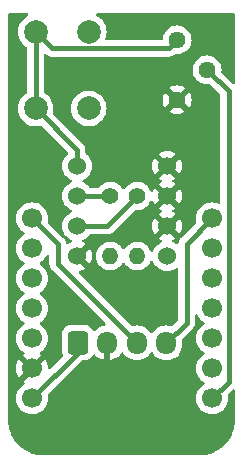
<source format=gbr>
%TF.GenerationSoftware,KiCad,Pcbnew,7.0.9*%
%TF.CreationDate,2024-03-04T02:29:24+09:00*%
%TF.ProjectId,Gyro_Backup,4779726f-5f42-4616-936b-75702e6b6963,rev?*%
%TF.SameCoordinates,Original*%
%TF.FileFunction,Copper,L1,Top*%
%TF.FilePolarity,Positive*%
%FSLAX46Y46*%
G04 Gerber Fmt 4.6, Leading zero omitted, Abs format (unit mm)*
G04 Created by KiCad (PCBNEW 7.0.9) date 2024-03-04 02:29:24*
%MOMM*%
%LPD*%
G01*
G04 APERTURE LIST*
G04 Aperture macros list*
%AMRoundRect*
0 Rectangle with rounded corners*
0 $1 Rounding radius*
0 $2 $3 $4 $5 $6 $7 $8 $9 X,Y pos of 4 corners*
0 Add a 4 corners polygon primitive as box body*
4,1,4,$2,$3,$4,$5,$6,$7,$8,$9,$2,$3,0*
0 Add four circle primitives for the rounded corners*
1,1,$1+$1,$2,$3*
1,1,$1+$1,$4,$5*
1,1,$1+$1,$6,$7*
1,1,$1+$1,$8,$9*
0 Add four rect primitives between the rounded corners*
20,1,$1+$1,$2,$3,$4,$5,0*
20,1,$1+$1,$4,$5,$6,$7,0*
20,1,$1+$1,$6,$7,$8,$9,0*
20,1,$1+$1,$8,$9,$2,$3,0*%
G04 Aperture macros list end*
%TA.AperFunction,ComponentPad*%
%ADD10C,1.524000*%
%TD*%
%TA.AperFunction,ComponentPad*%
%ADD11C,1.700000*%
%TD*%
%TA.AperFunction,ComponentPad*%
%ADD12C,1.400000*%
%TD*%
%TA.AperFunction,ComponentPad*%
%ADD13O,1.400000X1.400000*%
%TD*%
%TA.AperFunction,ComponentPad*%
%ADD14RoundRect,0.250000X-0.600000X-0.725000X0.600000X-0.725000X0.600000X0.725000X-0.600000X0.725000X0*%
%TD*%
%TA.AperFunction,ComponentPad*%
%ADD15O,1.700000X1.950000*%
%TD*%
%TA.AperFunction,ComponentPad*%
%ADD16C,2.000000*%
%TD*%
%TA.AperFunction,ComponentPad*%
%ADD17C,1.440000*%
%TD*%
%TA.AperFunction,ViaPad*%
%ADD18C,0.800000*%
%TD*%
%TA.AperFunction,Conductor*%
%ADD19C,0.400000*%
%TD*%
G04 APERTURE END LIST*
D10*
%TO.P,U3,1,VCC*%
%TO.N,+3.3V*%
X142240000Y-78994000D03*
%TO.P,U3,2,SCL*%
%TO.N,SCL*%
X142240000Y-81534000D03*
%TO.P,U3,3,SDA*%
%TO.N,SDA*%
X142240000Y-84074000D03*
%TO.P,U3,4,SA0*%
%TO.N,GND*%
X142240000Y-86614000D03*
%TO.P,U3,5,GND*%
X149860000Y-78994000D03*
%TO.P,U3,6,INT1*%
X149860000Y-81534000D03*
%TO.P,U3,7,INT2*%
X149860000Y-84074000D03*
%TO.P,U3,8,CS*%
%TO.N,+3.3V*%
X149860000Y-86614000D03*
%TD*%
D11*
%TO.P,U2,1,PA02_A0_D0*%
%TO.N,Net-(U2-PA02_A0_D0)*%
X153669131Y-98666300D03*
%TO.P,U2,2,PA4_A1_D1*%
%TO.N,Net-(U2-PA4_A1_D1)*%
X153669131Y-96126300D03*
%TO.P,U2,3,PA10_A2_D2*%
%TO.N,unconnected-(U2-PA10_A2_D2-Pad3)*%
X153669131Y-93586300D03*
%TO.P,U2,4,PA11_A3_D3*%
%TO.N,unconnected-(U2-PA11_A3_D3-Pad4)*%
X153669131Y-91046300D03*
%TO.P,U2,5,PA8_A4_D4_SDA*%
%TO.N,SDA*%
X153669131Y-88506300D03*
%TO.P,U2,6,PA9_A5_D5_SCL*%
%TO.N,SCL*%
X153669131Y-85966300D03*
%TO.P,U2,7,PB08_A6_D6_TX*%
%TO.N,RX*%
X153669131Y-83426300D03*
%TO.P,U2,8,PB09_A7_D7_RX*%
%TO.N,TX*%
X138429131Y-83426300D03*
%TO.P,U2,9,PA7_A8_D8_SCK*%
%TO.N,unconnected-(U2-PA7_A8_D8_SCK-Pad9)*%
X138429131Y-85966300D03*
%TO.P,U2,10,PA5_A9_D9_MISO*%
%TO.N,unconnected-(U2-PA5_A9_D9_MISO-Pad10)*%
X138429131Y-88506300D03*
%TO.P,U2,11,PA6_A10_D10_MOSI*%
%TO.N,unconnected-(U2-PA6_A10_D10_MOSI-Pad11)*%
X138429131Y-91046300D03*
%TO.P,U2,12,3V3*%
%TO.N,+3.3V*%
X138429131Y-93586300D03*
%TO.P,U2,13,GND*%
%TO.N,GND*%
X138429131Y-96126300D03*
%TO.P,U2,14,5V*%
%TO.N,+5V*%
X138429131Y-98666300D03*
%TD*%
D12*
%TO.P,R2,1*%
%TO.N,SDA*%
X147320000Y-81534000D03*
D13*
%TO.P,R2,2*%
%TO.N,+3.3V*%
X147320000Y-86614000D03*
%TD*%
D12*
%TO.P,R1,1*%
%TO.N,SCL*%
X145034000Y-81534000D03*
D13*
%TO.P,R1,2*%
%TO.N,+3.3V*%
X145034000Y-86614000D03*
%TD*%
D14*
%TO.P,J1,1,Pin_1*%
%TO.N,+5V*%
X142300000Y-93959000D03*
D15*
%TO.P,J1,2,Pin_2*%
%TO.N,GND*%
X144800000Y-93959000D03*
%TO.P,J1,3,Pin_3*%
%TO.N,TX*%
X147300000Y-93959000D03*
%TO.P,J1,4,Pin_4*%
%TO.N,RX*%
X149800000Y-93959000D03*
%TD*%
D16*
%TO.P,SW1,1,1*%
%TO.N,+3.3V*%
X138720000Y-74116000D03*
X138720000Y-67616000D03*
%TO.P,SW1,2,2*%
%TO.N,Net-(U2-PA4_A1_D1)*%
X143220000Y-74116000D03*
X143220000Y-67616000D03*
%TD*%
D17*
%TO.P,RV1,1,1*%
%TO.N,GND*%
X150697000Y-73391000D03*
%TO.P,RV1,2,2*%
%TO.N,Net-(U2-PA02_A0_D0)*%
X153237000Y-70851000D03*
%TO.P,RV1,3,3*%
%TO.N,+3.3V*%
X150697000Y-68311000D03*
%TD*%
D18*
%TO.N,GND*%
X140970000Y-70866000D03*
X154940000Y-69342000D03*
X147066000Y-67691000D03*
X153289000Y-73406000D03*
X137033000Y-78232000D03*
X145796000Y-74295000D03*
X153797000Y-79756000D03*
X138049000Y-81280000D03*
X140335000Y-78867000D03*
X146177000Y-80010000D03*
X140589000Y-82804000D03*
X146177000Y-84455000D03*
X140335000Y-89408000D03*
X140335000Y-94234000D03*
X142621000Y-91186000D03*
X149733000Y-88646000D03*
X146177000Y-88265000D03*
X148590000Y-92202000D03*
X151765000Y-94742000D03*
X148590000Y-98806000D03*
X140970000Y-98806000D03*
%TD*%
D19*
%TO.N,SDA*%
X142240000Y-84074000D02*
X144780000Y-84074000D01*
X144780000Y-84074000D02*
X147320000Y-81534000D01*
%TO.N,SCL*%
X142240000Y-81534000D02*
X145034000Y-81534000D01*
%TO.N,+3.3V*%
X138720000Y-74116000D02*
X142240000Y-77636000D01*
X142240000Y-77636000D02*
X142240000Y-78994000D01*
X138720000Y-67616000D02*
X138720000Y-74116000D01*
X150697000Y-68311000D02*
X149977001Y-69030999D01*
X149977001Y-69030999D02*
X140134999Y-69030999D01*
X140134999Y-69030999D02*
X138720000Y-67616000D01*
%TO.N,Net-(U2-PA02_A0_D0)*%
X153669131Y-98666300D02*
X155067000Y-97268431D01*
X155067000Y-97268431D02*
X155067000Y-72681000D01*
X155067000Y-72681000D02*
X153237000Y-70851000D01*
%TO.N,TX*%
X147300000Y-93959000D02*
X140589000Y-87248000D01*
X140589000Y-87248000D02*
X140589000Y-85586169D01*
X140589000Y-85586169D02*
X138429131Y-83426300D01*
%TO.N,RX*%
X149800000Y-93959000D02*
X151511000Y-92248000D01*
X151511000Y-92248000D02*
X151511000Y-85584431D01*
X151511000Y-85584431D02*
X153669131Y-83426300D01*
%TO.N,+5V*%
X142300000Y-93959000D02*
X142300000Y-94795431D01*
X142300000Y-94795431D02*
X138429131Y-98666300D01*
%TD*%
%TA.AperFunction,Conductor*%
%TO.N,GND*%
G36*
X138056906Y-66059685D02*
G01*
X138102661Y-66112489D01*
X138112605Y-66181647D01*
X138083580Y-66245203D01*
X138048884Y-66273055D01*
X137896496Y-66355522D01*
X137896494Y-66355523D01*
X137700257Y-66508261D01*
X137531833Y-66691217D01*
X137395826Y-66899393D01*
X137295936Y-67127118D01*
X137234892Y-67368175D01*
X137234890Y-67368187D01*
X137214357Y-67615994D01*
X137214357Y-67616005D01*
X137234890Y-67863812D01*
X137234892Y-67863824D01*
X137295936Y-68104881D01*
X137395826Y-68332606D01*
X137531833Y-68540782D01*
X137531836Y-68540785D01*
X137700256Y-68723738D01*
X137822764Y-68819090D01*
X137896488Y-68876472D01*
X137896493Y-68876475D01*
X137954517Y-68907876D01*
X138004108Y-68957095D01*
X138019500Y-69016931D01*
X138019500Y-72715069D01*
X137999815Y-72782108D01*
X137954518Y-72824123D01*
X137896497Y-72855522D01*
X137896490Y-72855527D01*
X137700257Y-73008261D01*
X137531833Y-73191217D01*
X137395826Y-73399393D01*
X137295936Y-73627118D01*
X137234892Y-73868175D01*
X137234890Y-73868187D01*
X137214357Y-74115994D01*
X137214357Y-74116005D01*
X137234890Y-74363812D01*
X137234892Y-74363824D01*
X137295936Y-74604881D01*
X137395826Y-74832606D01*
X137531833Y-75040782D01*
X137531836Y-75040785D01*
X137700256Y-75223738D01*
X137896491Y-75376474D01*
X138115190Y-75494828D01*
X138350386Y-75575571D01*
X138595665Y-75616500D01*
X138844335Y-75616500D01*
X139089614Y-75575571D01*
X139090319Y-75575328D01*
X139090624Y-75575315D01*
X139094576Y-75574314D01*
X139094781Y-75575127D01*
X139160113Y-75572173D01*
X139218269Y-75604926D01*
X141445069Y-77831726D01*
X141478554Y-77893049D01*
X141473570Y-77962741D01*
X141431698Y-78018674D01*
X141428533Y-78020966D01*
X141426618Y-78022306D01*
X141425381Y-78023173D01*
X141269172Y-78179381D01*
X141142466Y-78360338D01*
X141142465Y-78360340D01*
X141049107Y-78560548D01*
X141049104Y-78560554D01*
X140991930Y-78773929D01*
X140991929Y-78773937D01*
X140972677Y-78993997D01*
X140972677Y-78994002D01*
X140991929Y-79214062D01*
X140991930Y-79214070D01*
X141049104Y-79427445D01*
X141049105Y-79427447D01*
X141049106Y-79427450D01*
X141142347Y-79627407D01*
X141142466Y-79627662D01*
X141142468Y-79627666D01*
X141269170Y-79808615D01*
X141269175Y-79808621D01*
X141425378Y-79964824D01*
X141425384Y-79964829D01*
X141606333Y-80091531D01*
X141606335Y-80091532D01*
X141606338Y-80091534D01*
X141725748Y-80147215D01*
X141735189Y-80151618D01*
X141787628Y-80197790D01*
X141806780Y-80264984D01*
X141786564Y-80331865D01*
X141735189Y-80376382D01*
X141606340Y-80436465D01*
X141606338Y-80436466D01*
X141425377Y-80563175D01*
X141269175Y-80719377D01*
X141142466Y-80900338D01*
X141142465Y-80900340D01*
X141049107Y-81100548D01*
X141049104Y-81100554D01*
X140991930Y-81313929D01*
X140991929Y-81313937D01*
X140972677Y-81533997D01*
X140972677Y-81534002D01*
X140991929Y-81754062D01*
X140991930Y-81754070D01*
X141049104Y-81967445D01*
X141049105Y-81967447D01*
X141049106Y-81967450D01*
X141095403Y-82066735D01*
X141142466Y-82167662D01*
X141142468Y-82167666D01*
X141269170Y-82348615D01*
X141269175Y-82348621D01*
X141425378Y-82504824D01*
X141425384Y-82504829D01*
X141606333Y-82631531D01*
X141606335Y-82631532D01*
X141606338Y-82631534D01*
X141725748Y-82687215D01*
X141735189Y-82691618D01*
X141787628Y-82737790D01*
X141806780Y-82804984D01*
X141786564Y-82871865D01*
X141735189Y-82916382D01*
X141606340Y-82976465D01*
X141606338Y-82976466D01*
X141425377Y-83103175D01*
X141269175Y-83259377D01*
X141142466Y-83440338D01*
X141142465Y-83440340D01*
X141049107Y-83640548D01*
X141049104Y-83640554D01*
X140991930Y-83853929D01*
X140991929Y-83853937D01*
X140972677Y-84073997D01*
X140972677Y-84074002D01*
X140991929Y-84294062D01*
X140991930Y-84294070D01*
X141049104Y-84507445D01*
X141049105Y-84507447D01*
X141049106Y-84507450D01*
X141128577Y-84677877D01*
X141142466Y-84707662D01*
X141142468Y-84707666D01*
X141269170Y-84888615D01*
X141269175Y-84888621D01*
X141425378Y-85044824D01*
X141425384Y-85044829D01*
X141606333Y-85171531D01*
X141606335Y-85171532D01*
X141606338Y-85171534D01*
X141712659Y-85221112D01*
X141735781Y-85231894D01*
X141788220Y-85278066D01*
X141807372Y-85345260D01*
X141787156Y-85412141D01*
X141735781Y-85456658D01*
X141606591Y-85516900D01*
X141606589Y-85516901D01*
X141482915Y-85603498D01*
X141416708Y-85625826D01*
X141348941Y-85608814D01*
X141301129Y-85557866D01*
X141289823Y-85524273D01*
X141282176Y-85482545D01*
X141281613Y-85478842D01*
X141274140Y-85417296D01*
X141270548Y-85407825D01*
X141264522Y-85386211D01*
X141262695Y-85376237D01*
X141237234Y-85319665D01*
X141235806Y-85316218D01*
X141225283Y-85288471D01*
X141213818Y-85258239D01*
X141208063Y-85249902D01*
X141197036Y-85230351D01*
X141192879Y-85221115D01*
X141192878Y-85221112D01*
X141175287Y-85198659D01*
X141154630Y-85172291D01*
X141152410Y-85169275D01*
X141152276Y-85169081D01*
X141117183Y-85118240D01*
X141070750Y-85077104D01*
X141068056Y-85074568D01*
X139791782Y-83798294D01*
X139758297Y-83736971D01*
X139759689Y-83678517D01*
X139764194Y-83661708D01*
X139784790Y-83426300D01*
X139764194Y-83190892D01*
X139706856Y-82976900D01*
X139703036Y-82962644D01*
X139703035Y-82962643D01*
X139703034Y-82962637D01*
X139603166Y-82748471D01*
X139595688Y-82737790D01*
X139467625Y-82554897D01*
X139300533Y-82387806D01*
X139300526Y-82387801D01*
X139106965Y-82252267D01*
X139106961Y-82252265D01*
X139068864Y-82234500D01*
X138892794Y-82152397D01*
X138892790Y-82152396D01*
X138892786Y-82152394D01*
X138664544Y-82091238D01*
X138664534Y-82091236D01*
X138429132Y-82070641D01*
X138429130Y-82070641D01*
X138193727Y-82091236D01*
X138193717Y-82091238D01*
X137965475Y-82152394D01*
X137965466Y-82152398D01*
X137751302Y-82252264D01*
X137751300Y-82252265D01*
X137557728Y-82387805D01*
X137390636Y-82554897D01*
X137255096Y-82748469D01*
X137255095Y-82748471D01*
X137155229Y-82962635D01*
X137155225Y-82962644D01*
X137094069Y-83190886D01*
X137094067Y-83190896D01*
X137073472Y-83426299D01*
X137073472Y-83426300D01*
X137094067Y-83661703D01*
X137094069Y-83661713D01*
X137155225Y-83889955D01*
X137155227Y-83889959D01*
X137155228Y-83889963D01*
X137226172Y-84042102D01*
X137255096Y-84104130D01*
X137255098Y-84104134D01*
X137390632Y-84297695D01*
X137390637Y-84297702D01*
X137557728Y-84464793D01*
X137557734Y-84464798D01*
X137743289Y-84594725D01*
X137786914Y-84649302D01*
X137794108Y-84718800D01*
X137762585Y-84781155D01*
X137743289Y-84797875D01*
X137557728Y-84927805D01*
X137390636Y-85094897D01*
X137255096Y-85288469D01*
X137255095Y-85288471D01*
X137155229Y-85502635D01*
X137155225Y-85502644D01*
X137094069Y-85730886D01*
X137094067Y-85730896D01*
X137073472Y-85966299D01*
X137073472Y-85966300D01*
X137094067Y-86201703D01*
X137094069Y-86201713D01*
X137155225Y-86429955D01*
X137155227Y-86429959D01*
X137155228Y-86429963D01*
X137200160Y-86526319D01*
X137255096Y-86644130D01*
X137255098Y-86644134D01*
X137342644Y-86769162D01*
X137389119Y-86835535D01*
X137390632Y-86837695D01*
X137390637Y-86837702D01*
X137557728Y-87004793D01*
X137557734Y-87004798D01*
X137743289Y-87134725D01*
X137786914Y-87189302D01*
X137794108Y-87258800D01*
X137762585Y-87321155D01*
X137743289Y-87337875D01*
X137557728Y-87467805D01*
X137390636Y-87634897D01*
X137255096Y-87828469D01*
X137255095Y-87828471D01*
X137155229Y-88042635D01*
X137155225Y-88042644D01*
X137094069Y-88270886D01*
X137094067Y-88270896D01*
X137073472Y-88506299D01*
X137073472Y-88506300D01*
X137094067Y-88741703D01*
X137094069Y-88741713D01*
X137155225Y-88969955D01*
X137155227Y-88969959D01*
X137155228Y-88969963D01*
X137201058Y-89068245D01*
X137255096Y-89184130D01*
X137255098Y-89184134D01*
X137390632Y-89377695D01*
X137390637Y-89377702D01*
X137557728Y-89544793D01*
X137557734Y-89544798D01*
X137743289Y-89674725D01*
X137786914Y-89729302D01*
X137794108Y-89798800D01*
X137762585Y-89861155D01*
X137743289Y-89877875D01*
X137557728Y-90007805D01*
X137390636Y-90174897D01*
X137255096Y-90368469D01*
X137255095Y-90368471D01*
X137155229Y-90582635D01*
X137155225Y-90582644D01*
X137094069Y-90810886D01*
X137094067Y-90810896D01*
X137073472Y-91046299D01*
X137073472Y-91046300D01*
X137094067Y-91281703D01*
X137094069Y-91281713D01*
X137155225Y-91509955D01*
X137155227Y-91509959D01*
X137155228Y-91509963D01*
X137201058Y-91608245D01*
X137255096Y-91724130D01*
X137255098Y-91724134D01*
X137390632Y-91917695D01*
X137390637Y-91917702D01*
X137557728Y-92084793D01*
X137557734Y-92084798D01*
X137743289Y-92214725D01*
X137786914Y-92269302D01*
X137794108Y-92338800D01*
X137762585Y-92401155D01*
X137743289Y-92417875D01*
X137557728Y-92547805D01*
X137390636Y-92714897D01*
X137255096Y-92908469D01*
X137255095Y-92908471D01*
X137155229Y-93122635D01*
X137155225Y-93122644D01*
X137094069Y-93350886D01*
X137094067Y-93350896D01*
X137073472Y-93586299D01*
X137073472Y-93586300D01*
X137094067Y-93821703D01*
X137094069Y-93821713D01*
X137155225Y-94049955D01*
X137155227Y-94049959D01*
X137155228Y-94049963D01*
X137255096Y-94264130D01*
X137255098Y-94264134D01*
X137324119Y-94362705D01*
X137390636Y-94457701D01*
X137557730Y-94624795D01*
X137731761Y-94746653D01*
X137743725Y-94755030D01*
X137787349Y-94809607D01*
X137794542Y-94879106D01*
X137763020Y-94941460D01*
X137743724Y-94958180D01*
X137667757Y-95011372D01*
X137667756Y-95011372D01*
X138296597Y-95640213D01*
X138286816Y-95641620D01*
X138156031Y-95701348D01*
X138047370Y-95795502D01*
X137969638Y-95916456D01*
X137946054Y-95996776D01*
X137314203Y-95364925D01*
X137255532Y-95448719D01*
X137155701Y-95662807D01*
X137155697Y-95662816D01*
X137094563Y-95890973D01*
X137094561Y-95890984D01*
X137073974Y-96126298D01*
X137073974Y-96126301D01*
X137094561Y-96361615D01*
X137094563Y-96361626D01*
X137155697Y-96589783D01*
X137155701Y-96589792D01*
X137255531Y-96803879D01*
X137255533Y-96803883D01*
X137314203Y-96887673D01*
X137314204Y-96887673D01*
X137946054Y-96255823D01*
X137969638Y-96336144D01*
X138047370Y-96457098D01*
X138156031Y-96551252D01*
X138286816Y-96610980D01*
X138296597Y-96612386D01*
X137667756Y-97241225D01*
X137743725Y-97294419D01*
X137787350Y-97348996D01*
X137794544Y-97418494D01*
X137763021Y-97480849D01*
X137743726Y-97497569D01*
X137557725Y-97627808D01*
X137390636Y-97794897D01*
X137255096Y-97988469D01*
X137255095Y-97988471D01*
X137155229Y-98202635D01*
X137155225Y-98202644D01*
X137094069Y-98430886D01*
X137094067Y-98430896D01*
X137073472Y-98666299D01*
X137073472Y-98666300D01*
X137094067Y-98901703D01*
X137094069Y-98901713D01*
X137155225Y-99129955D01*
X137155227Y-99129959D01*
X137155228Y-99129963D01*
X137255096Y-99344130D01*
X137255098Y-99344134D01*
X137363412Y-99498821D01*
X137390636Y-99537701D01*
X137557730Y-99704795D01*
X137654515Y-99772565D01*
X137751296Y-99840332D01*
X137751298Y-99840333D01*
X137751301Y-99840335D01*
X137965468Y-99940203D01*
X138193723Y-100001363D01*
X138382049Y-100017839D01*
X138429130Y-100021959D01*
X138429131Y-100021959D01*
X138429132Y-100021959D01*
X138468365Y-100018526D01*
X138664539Y-100001363D01*
X138892794Y-99940203D01*
X139106961Y-99840335D01*
X139300532Y-99704795D01*
X139467626Y-99537701D01*
X139603166Y-99344130D01*
X139703034Y-99129963D01*
X139764194Y-98901708D01*
X139784790Y-98666300D01*
X139764194Y-98430892D01*
X139759689Y-98414079D01*
X139761350Y-98344232D01*
X139791780Y-98294306D01*
X142615269Y-95470818D01*
X142676592Y-95437333D01*
X142702950Y-95434499D01*
X142950002Y-95434499D01*
X142950008Y-95434499D01*
X143052797Y-95423999D01*
X143219334Y-95368814D01*
X143368656Y-95276712D01*
X143492712Y-95152656D01*
X143584814Y-95003334D01*
X143584814Y-95003333D01*
X143588448Y-94997442D01*
X143640396Y-94950717D01*
X143709358Y-94939494D01*
X143773441Y-94967337D01*
X143781668Y-94974856D01*
X143928921Y-95122108D01*
X144122421Y-95257600D01*
X144336507Y-95357429D01*
X144336516Y-95357433D01*
X144550000Y-95414634D01*
X144550000Y-94367018D01*
X144664801Y-94419446D01*
X144766025Y-94434000D01*
X144833975Y-94434000D01*
X144935199Y-94419446D01*
X145050000Y-94367018D01*
X145050000Y-95414633D01*
X145263483Y-95357433D01*
X145263492Y-95357429D01*
X145477577Y-95257600D01*
X145477579Y-95257599D01*
X145671073Y-95122113D01*
X145671079Y-95122108D01*
X145838108Y-94955079D01*
X145838113Y-94955073D01*
X145948119Y-94797967D01*
X146002695Y-94754342D01*
X146072194Y-94747148D01*
X146134549Y-94778670D01*
X146151269Y-94797967D01*
X146261505Y-94955402D01*
X146362786Y-95056682D01*
X146428599Y-95122495D01*
X146525384Y-95190265D01*
X146622165Y-95258032D01*
X146622167Y-95258033D01*
X146622170Y-95258035D01*
X146836337Y-95357903D01*
X146836343Y-95357904D01*
X146836344Y-95357905D01*
X146877050Y-95368812D01*
X147064592Y-95419063D01*
X147252918Y-95435539D01*
X147299999Y-95439659D01*
X147300000Y-95439659D01*
X147300001Y-95439659D01*
X147339234Y-95436226D01*
X147535408Y-95419063D01*
X147763663Y-95357903D01*
X147977829Y-95258035D01*
X148171401Y-95122495D01*
X148338495Y-94955401D01*
X148448426Y-94798401D01*
X148503001Y-94754778D01*
X148572500Y-94747584D01*
X148634855Y-94779106D01*
X148651571Y-94798398D01*
X148678458Y-94836797D01*
X148761506Y-94955403D01*
X148862786Y-95056682D01*
X148928599Y-95122495D01*
X149025384Y-95190265D01*
X149122165Y-95258032D01*
X149122167Y-95258033D01*
X149122170Y-95258035D01*
X149336337Y-95357903D01*
X149336343Y-95357904D01*
X149336344Y-95357905D01*
X149377050Y-95368812D01*
X149564592Y-95419063D01*
X149752918Y-95435539D01*
X149799999Y-95439659D01*
X149800000Y-95439659D01*
X149800001Y-95439659D01*
X149839234Y-95436226D01*
X150035408Y-95419063D01*
X150263663Y-95357903D01*
X150477829Y-95258035D01*
X150671401Y-95122495D01*
X150838495Y-94955401D01*
X150974035Y-94761829D01*
X151073903Y-94547663D01*
X151135063Y-94319408D01*
X151150500Y-94142966D01*
X151150500Y-93775034D01*
X151141389Y-93670906D01*
X151155155Y-93602409D01*
X151177233Y-93572422D01*
X151990056Y-92759599D01*
X151992748Y-92757065D01*
X152039183Y-92715929D01*
X152039896Y-92714897D01*
X152047889Y-92703314D01*
X152074427Y-92664866D01*
X152076617Y-92661890D01*
X152114877Y-92613057D01*
X152119029Y-92603828D01*
X152130062Y-92584268D01*
X152130419Y-92583750D01*
X152135818Y-92575930D01*
X152157812Y-92517933D01*
X152159231Y-92514505D01*
X152184694Y-92457932D01*
X152186520Y-92447965D01*
X152192548Y-92426340D01*
X152196140Y-92416872D01*
X152203615Y-92355309D01*
X152204179Y-92351605D01*
X152210648Y-92316300D01*
X152215357Y-92290606D01*
X152214068Y-92269302D01*
X152211613Y-92228707D01*
X152211500Y-92224963D01*
X152211500Y-91675284D01*
X152231185Y-91608245D01*
X152283989Y-91562490D01*
X152353147Y-91552546D01*
X152416703Y-91581571D01*
X152447882Y-91622879D01*
X152495096Y-91724130D01*
X152495098Y-91724134D01*
X152630632Y-91917695D01*
X152630637Y-91917702D01*
X152797728Y-92084793D01*
X152797734Y-92084798D01*
X152983289Y-92214725D01*
X153026914Y-92269302D01*
X153034108Y-92338800D01*
X153002585Y-92401155D01*
X152983289Y-92417875D01*
X152797728Y-92547805D01*
X152630636Y-92714897D01*
X152495096Y-92908469D01*
X152495095Y-92908471D01*
X152395229Y-93122635D01*
X152395225Y-93122644D01*
X152334069Y-93350886D01*
X152334067Y-93350896D01*
X152313472Y-93586299D01*
X152313472Y-93586300D01*
X152334067Y-93821703D01*
X152334069Y-93821713D01*
X152395225Y-94049955D01*
X152395227Y-94049959D01*
X152395228Y-94049963D01*
X152495096Y-94264130D01*
X152495098Y-94264134D01*
X152630632Y-94457695D01*
X152630637Y-94457702D01*
X152797728Y-94624793D01*
X152797734Y-94624798D01*
X152983289Y-94754725D01*
X153026914Y-94809302D01*
X153034108Y-94878800D01*
X153002585Y-94941155D01*
X152983289Y-94957875D01*
X152797728Y-95087805D01*
X152630636Y-95254897D01*
X152495096Y-95448469D01*
X152495095Y-95448471D01*
X152395229Y-95662635D01*
X152395225Y-95662644D01*
X152334069Y-95890886D01*
X152334067Y-95890896D01*
X152313472Y-96126299D01*
X152313472Y-96126300D01*
X152334067Y-96361703D01*
X152334069Y-96361713D01*
X152395225Y-96589955D01*
X152395227Y-96589959D01*
X152395228Y-96589963D01*
X152494979Y-96803879D01*
X152495096Y-96804130D01*
X152495098Y-96804134D01*
X152630632Y-96997695D01*
X152630637Y-96997702D01*
X152797728Y-97164793D01*
X152797734Y-97164798D01*
X152983289Y-97294725D01*
X153026914Y-97349302D01*
X153034108Y-97418800D01*
X153002585Y-97481155D01*
X152983289Y-97497875D01*
X152797728Y-97627805D01*
X152630636Y-97794897D01*
X152495096Y-97988469D01*
X152495095Y-97988471D01*
X152395229Y-98202635D01*
X152395225Y-98202644D01*
X152334069Y-98430886D01*
X152334067Y-98430896D01*
X152313472Y-98666299D01*
X152313472Y-98666300D01*
X152334067Y-98901703D01*
X152334069Y-98901713D01*
X152395225Y-99129955D01*
X152395227Y-99129959D01*
X152395228Y-99129963D01*
X152495096Y-99344130D01*
X152495098Y-99344134D01*
X152603412Y-99498821D01*
X152630636Y-99537701D01*
X152797730Y-99704795D01*
X152894515Y-99772565D01*
X152991296Y-99840332D01*
X152991298Y-99840333D01*
X152991301Y-99840335D01*
X153205468Y-99940203D01*
X153433723Y-100001363D01*
X153622049Y-100017839D01*
X153669130Y-100021959D01*
X153669131Y-100021959D01*
X153669132Y-100021959D01*
X153708365Y-100018526D01*
X153904539Y-100001363D01*
X154132794Y-99940203D01*
X154346961Y-99840335D01*
X154540532Y-99704795D01*
X154707626Y-99537701D01*
X154843166Y-99344130D01*
X154943034Y-99129963D01*
X155004194Y-98901708D01*
X155024790Y-98666300D01*
X155004194Y-98430892D01*
X154999689Y-98414079D01*
X155001350Y-98344232D01*
X155031780Y-98294306D01*
X155385819Y-97940268D01*
X155447142Y-97906783D01*
X155516834Y-97911767D01*
X155572767Y-97953639D01*
X155597184Y-98019103D01*
X155597500Y-98027949D01*
X155597500Y-100498376D01*
X155597415Y-100501622D01*
X155590509Y-100633382D01*
X155580196Y-100817013D01*
X155579530Y-100823240D01*
X155555394Y-100975630D01*
X155527778Y-101138163D01*
X155526541Y-101143827D01*
X155485579Y-101296702D01*
X155440916Y-101451725D01*
X155439221Y-101456781D01*
X155381877Y-101606170D01*
X155320643Y-101754001D01*
X155318604Y-101758423D01*
X155245488Y-101901921D01*
X155168364Y-102041467D01*
X155166097Y-102045246D01*
X155078019Y-102180872D01*
X154985862Y-102310755D01*
X154983480Y-102313896D01*
X154882385Y-102438738D01*
X154880431Y-102441034D01*
X154775260Y-102558721D01*
X154772870Y-102561248D01*
X154659248Y-102674870D01*
X154656721Y-102677260D01*
X154539034Y-102782431D01*
X154536738Y-102784385D01*
X154411896Y-102885480D01*
X154408755Y-102887862D01*
X154278872Y-102980019D01*
X154143246Y-103068097D01*
X154139467Y-103070364D01*
X153999921Y-103147488D01*
X153856423Y-103220604D01*
X153852001Y-103222643D01*
X153704170Y-103283877D01*
X153554781Y-103341221D01*
X153549725Y-103342916D01*
X153394702Y-103387579D01*
X153241827Y-103428541D01*
X153236163Y-103429778D01*
X153073630Y-103457394D01*
X152921240Y-103481530D01*
X152915013Y-103482196D01*
X152731382Y-103492509D01*
X152599622Y-103499415D01*
X152596376Y-103499500D01*
X139399624Y-103499500D01*
X139396378Y-103499415D01*
X139264617Y-103492509D01*
X139080985Y-103482196D01*
X139074758Y-103481530D01*
X138922369Y-103457394D01*
X138759835Y-103429778D01*
X138754171Y-103428541D01*
X138601297Y-103387579D01*
X138446273Y-103342916D01*
X138441217Y-103341221D01*
X138291829Y-103283877D01*
X138143997Y-103222643D01*
X138139575Y-103220604D01*
X137996078Y-103147488D01*
X137856531Y-103070364D01*
X137852767Y-103068106D01*
X137799875Y-103033758D01*
X137717127Y-102980019D01*
X137587243Y-102887862D01*
X137584102Y-102885480D01*
X137459260Y-102784385D01*
X137456964Y-102782431D01*
X137339277Y-102677260D01*
X137336750Y-102674870D01*
X137223128Y-102561248D01*
X137220738Y-102558721D01*
X137115567Y-102441034D01*
X137113613Y-102438738D01*
X137074848Y-102390867D01*
X137012510Y-102313886D01*
X137010136Y-102310755D01*
X136917980Y-102180872D01*
X136885406Y-102130715D01*
X136829882Y-102045215D01*
X136827641Y-102041480D01*
X136792241Y-101977428D01*
X136750511Y-101901921D01*
X136710899Y-101824180D01*
X136677388Y-101758412D01*
X136675358Y-101754007D01*
X136614122Y-101606170D01*
X136556769Y-101456759D01*
X136555082Y-101451724D01*
X136510420Y-101296702D01*
X136505316Y-101277652D01*
X136469453Y-101143811D01*
X136468226Y-101138194D01*
X136440601Y-100975606D01*
X136416465Y-100823212D01*
X136415803Y-100817027D01*
X136405490Y-100633382D01*
X136398584Y-100501620D01*
X136398500Y-100498377D01*
X136398500Y-66164000D01*
X136418185Y-66096961D01*
X136470989Y-66051206D01*
X136522500Y-66040000D01*
X137989867Y-66040000D01*
X138056906Y-66059685D01*
G37*
%TD.AperFunction*%
%TA.AperFunction,Conductor*%
G36*
X139832365Y-86487776D02*
G01*
X139877699Y-86540941D01*
X139888500Y-86591556D01*
X139888500Y-87224951D01*
X139888387Y-87228696D01*
X139887178Y-87248691D01*
X139884642Y-87290606D01*
X139888597Y-87312187D01*
X139895821Y-87351612D01*
X139896384Y-87355313D01*
X139903859Y-87416870D01*
X139903860Y-87416874D01*
X139907451Y-87426343D01*
X139913474Y-87447946D01*
X139915304Y-87457930D01*
X139940759Y-87514490D01*
X139942189Y-87517941D01*
X139964182Y-87575930D01*
X139964316Y-87576124D01*
X139969936Y-87584266D01*
X139980961Y-87603813D01*
X139985120Y-87613055D01*
X139985124Y-87613060D01*
X140023371Y-87661878D01*
X140025591Y-87664896D01*
X140060812Y-87715924D01*
X140060816Y-87715928D01*
X140060817Y-87715929D01*
X140107250Y-87757064D01*
X140109941Y-87759598D01*
X142525240Y-90174897D01*
X144638805Y-92288462D01*
X144672290Y-92349785D01*
X144667306Y-92419477D01*
X144625434Y-92475410D01*
X144569694Y-92496711D01*
X144570008Y-92498492D01*
X144564673Y-92499432D01*
X144336516Y-92560566D01*
X144336507Y-92560570D01*
X144122422Y-92660399D01*
X144122420Y-92660400D01*
X143928926Y-92795886D01*
X143781668Y-92943144D01*
X143720345Y-92976628D01*
X143650653Y-92971644D01*
X143594720Y-92929772D01*
X143588448Y-92920558D01*
X143492712Y-92765344D01*
X143368657Y-92641289D01*
X143368656Y-92641288D01*
X143275888Y-92584069D01*
X143219336Y-92549187D01*
X143219331Y-92549185D01*
X143215154Y-92547801D01*
X143052797Y-92494001D01*
X143052795Y-92494000D01*
X142950010Y-92483500D01*
X141649998Y-92483500D01*
X141649981Y-92483501D01*
X141547203Y-92494000D01*
X141547200Y-92494001D01*
X141380668Y-92549185D01*
X141380663Y-92549187D01*
X141231342Y-92641289D01*
X141107289Y-92765342D01*
X141015187Y-92914663D01*
X141015185Y-92914668D01*
X140996305Y-92971644D01*
X140960001Y-93081203D01*
X140960001Y-93081204D01*
X140960000Y-93081204D01*
X140949500Y-93183983D01*
X140949500Y-94734001D01*
X140949501Y-94734018D01*
X140960000Y-94836796D01*
X140967757Y-94860203D01*
X141012596Y-94995518D01*
X141014998Y-95065344D01*
X140982571Y-95122201D01*
X139987942Y-96116829D01*
X139926619Y-96150314D01*
X139856927Y-96145330D01*
X139800994Y-96103458D01*
X139776733Y-96039955D01*
X139763700Y-95890984D01*
X139763698Y-95890973D01*
X139702564Y-95662816D01*
X139702560Y-95662807D01*
X139602731Y-95448723D01*
X139602730Y-95448721D01*
X139544056Y-95364926D01*
X139544056Y-95364925D01*
X138912207Y-95996775D01*
X138888624Y-95916456D01*
X138810892Y-95795502D01*
X138702231Y-95701348D01*
X138571446Y-95641620D01*
X138561664Y-95640213D01*
X139190504Y-95011373D01*
X139190504Y-95011372D01*
X139114536Y-94958180D01*
X139070911Y-94903604D01*
X139063717Y-94834105D01*
X139095239Y-94771751D01*
X139114530Y-94755034D01*
X139300532Y-94624795D01*
X139467626Y-94457701D01*
X139603166Y-94264130D01*
X139703034Y-94049963D01*
X139764194Y-93821708D01*
X139784790Y-93586300D01*
X139764194Y-93350892D01*
X139703034Y-93122637D01*
X139603166Y-92908471D01*
X139524334Y-92795886D01*
X139467625Y-92714897D01*
X139300533Y-92547806D01*
X139300527Y-92547801D01*
X139114973Y-92417875D01*
X139071348Y-92363298D01*
X139064154Y-92293800D01*
X139095677Y-92231445D01*
X139114973Y-92214725D01*
X139137157Y-92199191D01*
X139300532Y-92084795D01*
X139467626Y-91917701D01*
X139603166Y-91724130D01*
X139703034Y-91509963D01*
X139764194Y-91281708D01*
X139784790Y-91046300D01*
X139764194Y-90810892D01*
X139703034Y-90582637D01*
X139603166Y-90368471D01*
X139467626Y-90174899D01*
X139467625Y-90174897D01*
X139300533Y-90007806D01*
X139300527Y-90007801D01*
X139114973Y-89877875D01*
X139071348Y-89823298D01*
X139064154Y-89753800D01*
X139095677Y-89691445D01*
X139114973Y-89674725D01*
X139137157Y-89659191D01*
X139300532Y-89544795D01*
X139467626Y-89377701D01*
X139603166Y-89184130D01*
X139703034Y-88969963D01*
X139764194Y-88741708D01*
X139784790Y-88506300D01*
X139764194Y-88270892D01*
X139703034Y-88042637D01*
X139603166Y-87828471D01*
X139593384Y-87814500D01*
X139467625Y-87634897D01*
X139300533Y-87467806D01*
X139300527Y-87467801D01*
X139114973Y-87337875D01*
X139071348Y-87283298D01*
X139064154Y-87213800D01*
X139095677Y-87151445D01*
X139114973Y-87134725D01*
X139236632Y-87049538D01*
X139300532Y-87004795D01*
X139467626Y-86837701D01*
X139603166Y-86644130D01*
X139652118Y-86539151D01*
X139698290Y-86486712D01*
X139765484Y-86467560D01*
X139832365Y-86487776D01*
G37*
%TD.AperFunction*%
%TA.AperFunction,Conductor*%
G36*
X149475051Y-81565898D02*
G01*
X149506266Y-81689162D01*
X149575813Y-81795612D01*
X149676157Y-81873713D01*
X149796422Y-81915000D01*
X149832553Y-81915000D01*
X149161811Y-82585741D01*
X149226582Y-82631094D01*
X149226588Y-82631098D01*
X149356373Y-82691618D01*
X149408812Y-82737790D01*
X149427964Y-82804984D01*
X149407748Y-82871865D01*
X149356373Y-82916382D01*
X149226586Y-82976903D01*
X149161812Y-83022257D01*
X149161811Y-83022258D01*
X149832554Y-83693000D01*
X149828431Y-83693000D01*
X149734579Y-83708661D01*
X149622749Y-83769180D01*
X149536629Y-83862731D01*
X149485552Y-83979177D01*
X149479894Y-84047447D01*
X148808258Y-83375811D01*
X148808257Y-83375812D01*
X148762903Y-83440586D01*
X148669579Y-83640720D01*
X148669575Y-83640729D01*
X148612426Y-83854013D01*
X148612424Y-83854023D01*
X148593179Y-84073999D01*
X148593179Y-84074000D01*
X148612424Y-84293976D01*
X148612426Y-84293986D01*
X148669575Y-84507270D01*
X148669580Y-84507284D01*
X148762899Y-84707407D01*
X148762900Y-84707409D01*
X148808258Y-84772187D01*
X149475096Y-84105349D01*
X149475051Y-84105898D01*
X149506266Y-84229162D01*
X149575813Y-84335612D01*
X149676157Y-84413713D01*
X149796422Y-84455000D01*
X149832553Y-84455000D01*
X149161811Y-85125741D01*
X149226582Y-85171094D01*
X149226588Y-85171098D01*
X149355781Y-85231342D01*
X149408220Y-85277514D01*
X149427372Y-85344708D01*
X149407156Y-85411589D01*
X149355781Y-85456106D01*
X149226340Y-85516465D01*
X149226338Y-85516466D01*
X149045377Y-85643175D01*
X148889175Y-85799377D01*
X148762466Y-85980338D01*
X148762465Y-85980340D01*
X148669574Y-86179546D01*
X148623402Y-86231985D01*
X148556208Y-86251137D01*
X148489327Y-86230921D01*
X148446192Y-86182413D01*
X148345061Y-85979316D01*
X148345056Y-85979308D01*
X148210979Y-85801761D01*
X148046562Y-85651876D01*
X148046560Y-85651874D01*
X147857404Y-85534754D01*
X147857398Y-85534752D01*
X147649940Y-85454382D01*
X147431243Y-85413500D01*
X147208757Y-85413500D01*
X146990060Y-85454382D01*
X146865505Y-85502635D01*
X146782601Y-85534752D01*
X146782595Y-85534754D01*
X146593439Y-85651874D01*
X146593437Y-85651876D01*
X146429020Y-85801761D01*
X146294943Y-85979308D01*
X146294940Y-85979313D01*
X146288000Y-85993252D01*
X146240496Y-86044488D01*
X146172833Y-86061909D01*
X146106493Y-86039983D01*
X146066000Y-85993252D01*
X146059059Y-85979313D01*
X146059056Y-85979308D01*
X145924979Y-85801761D01*
X145760562Y-85651876D01*
X145760560Y-85651874D01*
X145571404Y-85534754D01*
X145571398Y-85534752D01*
X145363940Y-85454382D01*
X145145243Y-85413500D01*
X144922757Y-85413500D01*
X144704060Y-85454382D01*
X144579505Y-85502635D01*
X144496601Y-85534752D01*
X144496595Y-85534754D01*
X144307439Y-85651874D01*
X144307437Y-85651876D01*
X144143020Y-85801761D01*
X144008943Y-85979308D01*
X144008938Y-85979316D01*
X143909775Y-86178461D01*
X143909769Y-86178476D01*
X143848885Y-86392462D01*
X143848884Y-86392464D01*
X143828357Y-86613999D01*
X143828357Y-86614000D01*
X143848884Y-86835535D01*
X143848885Y-86835537D01*
X143909769Y-87049523D01*
X143909775Y-87049538D01*
X144008938Y-87248683D01*
X144008943Y-87248691D01*
X144143020Y-87426238D01*
X144307437Y-87576123D01*
X144307439Y-87576125D01*
X144496595Y-87693245D01*
X144496596Y-87693245D01*
X144496599Y-87693247D01*
X144704060Y-87773618D01*
X144922757Y-87814500D01*
X144922759Y-87814500D01*
X145145241Y-87814500D01*
X145145243Y-87814500D01*
X145363940Y-87773618D01*
X145571401Y-87693247D01*
X145760562Y-87576124D01*
X145901166Y-87447946D01*
X145924979Y-87426238D01*
X145932051Y-87416874D01*
X146059058Y-87248689D01*
X146065999Y-87234748D01*
X146113502Y-87183512D01*
X146181164Y-87166090D01*
X146247505Y-87188015D01*
X146288001Y-87234749D01*
X146294941Y-87248688D01*
X146294943Y-87248691D01*
X146429020Y-87426238D01*
X146593437Y-87576123D01*
X146593439Y-87576125D01*
X146782595Y-87693245D01*
X146782596Y-87693245D01*
X146782599Y-87693247D01*
X146990060Y-87773618D01*
X147208757Y-87814500D01*
X147208759Y-87814500D01*
X147431241Y-87814500D01*
X147431243Y-87814500D01*
X147649940Y-87773618D01*
X147857401Y-87693247D01*
X148046562Y-87576124D01*
X148187166Y-87447946D01*
X148210979Y-87426238D01*
X148218051Y-87416874D01*
X148345058Y-87248689D01*
X148375270Y-87188015D01*
X148446192Y-87045586D01*
X148493695Y-86994349D01*
X148561358Y-86976928D01*
X148627698Y-86998854D01*
X148669574Y-87048454D01*
X148762464Y-87247658D01*
X148762468Y-87247666D01*
X148889170Y-87428615D01*
X148889175Y-87428621D01*
X149045378Y-87584824D01*
X149045384Y-87584829D01*
X149226333Y-87711531D01*
X149226335Y-87711532D01*
X149226338Y-87711534D01*
X149426550Y-87804894D01*
X149639932Y-87862070D01*
X149797123Y-87875822D01*
X149859998Y-87881323D01*
X149860000Y-87881323D01*
X149860002Y-87881323D01*
X149915017Y-87876509D01*
X150080068Y-87862070D01*
X150293450Y-87804894D01*
X150493662Y-87711534D01*
X150615378Y-87626307D01*
X150681582Y-87603981D01*
X150749350Y-87620991D01*
X150797163Y-87671939D01*
X150810500Y-87727883D01*
X150810500Y-91906480D01*
X150790815Y-91973519D01*
X150774181Y-91994161D01*
X150270578Y-92497763D01*
X150209255Y-92531248D01*
X150150804Y-92529857D01*
X150035413Y-92498938D01*
X150035403Y-92498936D01*
X149800001Y-92478341D01*
X149799999Y-92478341D01*
X149564596Y-92498936D01*
X149564586Y-92498938D01*
X149336344Y-92560094D01*
X149336335Y-92560098D01*
X149122171Y-92659964D01*
X149122169Y-92659965D01*
X148928597Y-92795505D01*
X148761505Y-92962597D01*
X148651575Y-93119595D01*
X148596998Y-93163220D01*
X148527500Y-93170414D01*
X148465145Y-93138891D01*
X148448425Y-93119595D01*
X148338494Y-92962597D01*
X148171402Y-92795506D01*
X148171395Y-92795501D01*
X147977834Y-92659967D01*
X147977830Y-92659965D01*
X147937777Y-92641288D01*
X147763663Y-92560097D01*
X147763659Y-92560096D01*
X147763655Y-92560094D01*
X147535413Y-92498938D01*
X147535403Y-92498936D01*
X147300001Y-92478341D01*
X147299999Y-92478341D01*
X147064596Y-92498936D01*
X147064586Y-92498938D01*
X146949194Y-92529857D01*
X146879344Y-92528194D01*
X146829420Y-92497763D01*
X142401470Y-88069813D01*
X142367985Y-88008490D01*
X142372969Y-87938798D01*
X142414841Y-87882865D01*
X142457058Y-87862357D01*
X142673270Y-87804424D01*
X142673284Y-87804419D01*
X142873408Y-87711100D01*
X142873420Y-87711093D01*
X142938186Y-87665742D01*
X142938187Y-87665741D01*
X142267446Y-86995000D01*
X142271569Y-86995000D01*
X142365421Y-86979339D01*
X142477251Y-86918820D01*
X142563371Y-86825269D01*
X142614448Y-86708823D01*
X142620105Y-86640552D01*
X143291740Y-87312187D01*
X143291742Y-87312186D01*
X143337093Y-87247420D01*
X143337100Y-87247408D01*
X143430419Y-87047284D01*
X143430424Y-87047270D01*
X143487573Y-86833986D01*
X143487575Y-86833976D01*
X143506821Y-86614000D01*
X143506821Y-86613999D01*
X143487575Y-86394023D01*
X143487573Y-86394013D01*
X143430424Y-86180729D01*
X143430420Y-86180720D01*
X143337098Y-85980590D01*
X143291740Y-85915811D01*
X142624903Y-86582648D01*
X142624949Y-86582102D01*
X142593734Y-86458838D01*
X142524187Y-86352388D01*
X142423843Y-86274287D01*
X142303578Y-86233000D01*
X142267447Y-86233000D01*
X142938187Y-85562258D01*
X142873409Y-85516900D01*
X142873407Y-85516899D01*
X142744219Y-85456658D01*
X142691779Y-85410486D01*
X142672627Y-85343293D01*
X142692843Y-85276411D01*
X142744219Y-85231894D01*
X142751242Y-85228619D01*
X142873662Y-85171534D01*
X143054620Y-85044826D01*
X143210826Y-84888620D01*
X143253710Y-84827376D01*
X143308287Y-84783751D01*
X143355284Y-84774500D01*
X144756952Y-84774500D01*
X144760697Y-84774613D01*
X144768042Y-84775057D01*
X144822606Y-84778358D01*
X144860314Y-84771447D01*
X144883621Y-84767177D01*
X144887325Y-84766613D01*
X144905170Y-84764446D01*
X144948872Y-84759140D01*
X144958335Y-84755550D01*
X144979961Y-84749522D01*
X144980893Y-84749351D01*
X144989932Y-84747695D01*
X145046512Y-84722229D01*
X145049942Y-84720809D01*
X145107930Y-84698818D01*
X145116266Y-84693062D01*
X145135821Y-84682034D01*
X145145057Y-84677878D01*
X145193896Y-84639613D01*
X145196876Y-84637421D01*
X145247929Y-84602183D01*
X145289065Y-84555748D01*
X145291599Y-84553056D01*
X147079469Y-82765186D01*
X147140790Y-82731703D01*
X147189932Y-82730981D01*
X147208757Y-82734500D01*
X147208759Y-82734500D01*
X147431241Y-82734500D01*
X147431243Y-82734500D01*
X147649940Y-82693618D01*
X147857401Y-82613247D01*
X148046562Y-82496124D01*
X148208366Y-82348620D01*
X148210979Y-82346238D01*
X148255430Y-82287376D01*
X148345058Y-82168689D01*
X148444229Y-81969528D01*
X148444229Y-81969527D01*
X148446477Y-81965013D01*
X148493980Y-81913776D01*
X148561643Y-81896355D01*
X148627983Y-81918281D01*
X148669859Y-81967881D01*
X148762899Y-82167407D01*
X148762900Y-82167409D01*
X148808258Y-82232187D01*
X149475096Y-81565349D01*
X149475051Y-81565898D01*
G37*
%TD.AperFunction*%
%TA.AperFunction,Conductor*%
G36*
X155540539Y-66059685D02*
G01*
X155586294Y-66112489D01*
X155597500Y-66164000D01*
X155597500Y-71921481D01*
X155577815Y-71988520D01*
X155525011Y-72034275D01*
X155455853Y-72044219D01*
X155392297Y-72015194D01*
X155385819Y-72009162D01*
X154484182Y-71107525D01*
X154450697Y-71046202D01*
X154448335Y-71009040D01*
X154462162Y-70851000D01*
X154443549Y-70638253D01*
X154388276Y-70431970D01*
X154298021Y-70238419D01*
X154175529Y-70063481D01*
X154175527Y-70063478D01*
X154024521Y-69912472D01*
X153849578Y-69789977D01*
X153849579Y-69789977D01*
X153707742Y-69723838D01*
X153656030Y-69699724D01*
X153656026Y-69699723D01*
X153656022Y-69699721D01*
X153449752Y-69644452D01*
X153449748Y-69644451D01*
X153449747Y-69644451D01*
X153449746Y-69644450D01*
X153449741Y-69644450D01*
X153237002Y-69625838D01*
X153236998Y-69625838D01*
X153024258Y-69644450D01*
X153024247Y-69644452D01*
X152817977Y-69699721D01*
X152817968Y-69699725D01*
X152624421Y-69789977D01*
X152449478Y-69912472D01*
X152298472Y-70063478D01*
X152175977Y-70238421D01*
X152085725Y-70431968D01*
X152085721Y-70431977D01*
X152030452Y-70638247D01*
X152030450Y-70638258D01*
X152011838Y-70850998D01*
X152011838Y-70851001D01*
X152030450Y-71063741D01*
X152030452Y-71063752D01*
X152085721Y-71270022D01*
X152085723Y-71270026D01*
X152085724Y-71270030D01*
X152128171Y-71361058D01*
X152175977Y-71463578D01*
X152298472Y-71638521D01*
X152449478Y-71789527D01*
X152449481Y-71789529D01*
X152624419Y-71912021D01*
X152624421Y-71912022D01*
X152624420Y-71912022D01*
X152688936Y-71942106D01*
X152817970Y-72002276D01*
X153024253Y-72057549D01*
X153176215Y-72070844D01*
X153236998Y-72076162D01*
X153237000Y-72076162D01*
X153237001Y-72076162D01*
X153256968Y-72074414D01*
X153395038Y-72062335D01*
X153463536Y-72076101D01*
X153493525Y-72098182D01*
X154330181Y-72934838D01*
X154363666Y-72996161D01*
X154366500Y-73022519D01*
X154366500Y-82066735D01*
X154346815Y-82133774D01*
X154294011Y-82179529D01*
X154224853Y-82189473D01*
X154190095Y-82179117D01*
X154165538Y-82167666D01*
X154132794Y-82152397D01*
X154132790Y-82152396D01*
X154132786Y-82152394D01*
X153904544Y-82091238D01*
X153904534Y-82091236D01*
X153669132Y-82070641D01*
X153669130Y-82070641D01*
X153433727Y-82091236D01*
X153433717Y-82091238D01*
X153205475Y-82152394D01*
X153205466Y-82152398D01*
X152991302Y-82252264D01*
X152991300Y-82252265D01*
X152797728Y-82387805D01*
X152630636Y-82554897D01*
X152495096Y-82748469D01*
X152495095Y-82748471D01*
X152395229Y-82962635D01*
X152395225Y-82962644D01*
X152334069Y-83190886D01*
X152334067Y-83190896D01*
X152313472Y-83426299D01*
X152313472Y-83426300D01*
X152334068Y-83661709D01*
X152334068Y-83661710D01*
X152338573Y-83678525D01*
X152336907Y-83748375D01*
X152306478Y-83798294D01*
X151031966Y-85072806D01*
X151029240Y-85075373D01*
X150982818Y-85116499D01*
X150947586Y-85167540D01*
X150945368Y-85170555D01*
X150907124Y-85219370D01*
X150907119Y-85219379D01*
X150902960Y-85228619D01*
X150891942Y-85248154D01*
X150886187Y-85256492D01*
X150886183Y-85256498D01*
X150886182Y-85256501D01*
X150886180Y-85256505D01*
X150886179Y-85256508D01*
X150864189Y-85314486D01*
X150862757Y-85317944D01*
X150837305Y-85374499D01*
X150835477Y-85384473D01*
X150829453Y-85406084D01*
X150825860Y-85415558D01*
X150825860Y-85415559D01*
X150818384Y-85477117D01*
X150817821Y-85480818D01*
X150809993Y-85523533D01*
X150778547Y-85585927D01*
X150718361Y-85621415D01*
X150648543Y-85618730D01*
X150616901Y-85602758D01*
X150493666Y-85516468D01*
X150493658Y-85516464D01*
X150364219Y-85456106D01*
X150311779Y-85409934D01*
X150292627Y-85342741D01*
X150312843Y-85275859D01*
X150364219Y-85231342D01*
X150493408Y-85171100D01*
X150493420Y-85171093D01*
X150558186Y-85125742D01*
X150558187Y-85125740D01*
X149887448Y-84455000D01*
X149891569Y-84455000D01*
X149985421Y-84439339D01*
X150097251Y-84378820D01*
X150183371Y-84285269D01*
X150234448Y-84168823D01*
X150240105Y-84100552D01*
X150911740Y-84772187D01*
X150911742Y-84772186D01*
X150957093Y-84707420D01*
X150957100Y-84707408D01*
X151050419Y-84507284D01*
X151050424Y-84507270D01*
X151107573Y-84293986D01*
X151107575Y-84293976D01*
X151126821Y-84074000D01*
X151126821Y-84073999D01*
X151107575Y-83854023D01*
X151107573Y-83854013D01*
X151050424Y-83640729D01*
X151050420Y-83640720D01*
X150957098Y-83440590D01*
X150911740Y-83375811D01*
X150244903Y-84042648D01*
X150244949Y-84042102D01*
X150213734Y-83918838D01*
X150144187Y-83812388D01*
X150043843Y-83734287D01*
X149923578Y-83693000D01*
X149887447Y-83693000D01*
X150558187Y-83022258D01*
X150493409Y-82976900D01*
X150493407Y-82976899D01*
X150363627Y-82916382D01*
X150311187Y-82870210D01*
X150292035Y-82803017D01*
X150312251Y-82736135D01*
X150363627Y-82691618D01*
X150493408Y-82631100D01*
X150493420Y-82631093D01*
X150558186Y-82585742D01*
X150558187Y-82585740D01*
X149887448Y-81915000D01*
X149891569Y-81915000D01*
X149985421Y-81899339D01*
X150097251Y-81838820D01*
X150183371Y-81745269D01*
X150234448Y-81628823D01*
X150240105Y-81560552D01*
X150911740Y-82232187D01*
X150911742Y-82232186D01*
X150957093Y-82167420D01*
X150957100Y-82167408D01*
X151050419Y-81967284D01*
X151050424Y-81967270D01*
X151107573Y-81753986D01*
X151107575Y-81753976D01*
X151126821Y-81534000D01*
X151126821Y-81533999D01*
X151107575Y-81314023D01*
X151107573Y-81314013D01*
X151050424Y-81100729D01*
X151050420Y-81100720D01*
X150957098Y-80900590D01*
X150911740Y-80835811D01*
X150244903Y-81502648D01*
X150244949Y-81502102D01*
X150213734Y-81378838D01*
X150144187Y-81272388D01*
X150043843Y-81194287D01*
X149923578Y-81153000D01*
X149887447Y-81153000D01*
X150558187Y-80482258D01*
X150493409Y-80436900D01*
X150493407Y-80436899D01*
X150363627Y-80376382D01*
X150311187Y-80330210D01*
X150292035Y-80263017D01*
X150312251Y-80196135D01*
X150363627Y-80151618D01*
X150493408Y-80091100D01*
X150493420Y-80091093D01*
X150558186Y-80045742D01*
X150558187Y-80045740D01*
X149887448Y-79375000D01*
X149891569Y-79375000D01*
X149985421Y-79359339D01*
X150097251Y-79298820D01*
X150183371Y-79205269D01*
X150234448Y-79088823D01*
X150240105Y-79020552D01*
X150911740Y-79692187D01*
X150911742Y-79692186D01*
X150957093Y-79627420D01*
X150957100Y-79627408D01*
X151050419Y-79427284D01*
X151050424Y-79427270D01*
X151107573Y-79213986D01*
X151107575Y-79213976D01*
X151126821Y-78994000D01*
X151126821Y-78993999D01*
X151107575Y-78774023D01*
X151107573Y-78774013D01*
X151050424Y-78560729D01*
X151050420Y-78560720D01*
X150957098Y-78360590D01*
X150911740Y-78295811D01*
X150244903Y-78962648D01*
X150244949Y-78962102D01*
X150213734Y-78838838D01*
X150144187Y-78732388D01*
X150043843Y-78654287D01*
X149923578Y-78613000D01*
X149887447Y-78613000D01*
X150558187Y-77942258D01*
X150493409Y-77896900D01*
X150493407Y-77896899D01*
X150293284Y-77803580D01*
X150293270Y-77803575D01*
X150079986Y-77746426D01*
X150079976Y-77746424D01*
X149860001Y-77727179D01*
X149859999Y-77727179D01*
X149640023Y-77746424D01*
X149640013Y-77746426D01*
X149426729Y-77803575D01*
X149426720Y-77803579D01*
X149226586Y-77896903D01*
X149161812Y-77942257D01*
X149161811Y-77942258D01*
X149832554Y-78613000D01*
X149828431Y-78613000D01*
X149734579Y-78628661D01*
X149622749Y-78689180D01*
X149536629Y-78782731D01*
X149485552Y-78899177D01*
X149479894Y-78967447D01*
X148808258Y-78295811D01*
X148808257Y-78295812D01*
X148762903Y-78360586D01*
X148669579Y-78560720D01*
X148669575Y-78560729D01*
X148612426Y-78774013D01*
X148612424Y-78774023D01*
X148593179Y-78993999D01*
X148593179Y-78994000D01*
X148612424Y-79213976D01*
X148612426Y-79213986D01*
X148669575Y-79427270D01*
X148669580Y-79427284D01*
X148762899Y-79627407D01*
X148762900Y-79627409D01*
X148808258Y-79692187D01*
X149475096Y-79025349D01*
X149475051Y-79025898D01*
X149506266Y-79149162D01*
X149575813Y-79255612D01*
X149676157Y-79333713D01*
X149796422Y-79375000D01*
X149832553Y-79375000D01*
X149161811Y-80045741D01*
X149226582Y-80091094D01*
X149226588Y-80091098D01*
X149356373Y-80151618D01*
X149408812Y-80197790D01*
X149427964Y-80264984D01*
X149407748Y-80331865D01*
X149356373Y-80376382D01*
X149226586Y-80436903D01*
X149161812Y-80482257D01*
X149161811Y-80482258D01*
X149832554Y-81153000D01*
X149828431Y-81153000D01*
X149734579Y-81168661D01*
X149622749Y-81229180D01*
X149536629Y-81322731D01*
X149485552Y-81439177D01*
X149479894Y-81507447D01*
X148808258Y-80835811D01*
X148808257Y-80835812D01*
X148762903Y-80900586D01*
X148669859Y-81100119D01*
X148623687Y-81152558D01*
X148556493Y-81171710D01*
X148489612Y-81151494D01*
X148446477Y-81102986D01*
X148345061Y-80899316D01*
X148345056Y-80899308D01*
X148210979Y-80721761D01*
X148046562Y-80571876D01*
X148046560Y-80571874D01*
X147857404Y-80454754D01*
X147857398Y-80454752D01*
X147649940Y-80374382D01*
X147431243Y-80333500D01*
X147208757Y-80333500D01*
X146990060Y-80374382D01*
X146858864Y-80425207D01*
X146782601Y-80454752D01*
X146782595Y-80454754D01*
X146593439Y-80571874D01*
X146593437Y-80571876D01*
X146429020Y-80721761D01*
X146294943Y-80899308D01*
X146294940Y-80899313D01*
X146288000Y-80913252D01*
X146240496Y-80964488D01*
X146172833Y-80981909D01*
X146106493Y-80959983D01*
X146066000Y-80913252D01*
X146059059Y-80899313D01*
X146059056Y-80899308D01*
X145924979Y-80721761D01*
X145760562Y-80571876D01*
X145760560Y-80571874D01*
X145571404Y-80454754D01*
X145571398Y-80454752D01*
X145363940Y-80374382D01*
X145145243Y-80333500D01*
X144922757Y-80333500D01*
X144704060Y-80374382D01*
X144572864Y-80425207D01*
X144496601Y-80454752D01*
X144496595Y-80454754D01*
X144307439Y-80571874D01*
X144307437Y-80571876D01*
X144143020Y-80721761D01*
X144095849Y-80784227D01*
X144039740Y-80825863D01*
X143996895Y-80833500D01*
X143355284Y-80833500D01*
X143288245Y-80813815D01*
X143253709Y-80780623D01*
X143210827Y-80719381D01*
X143210823Y-80719377D01*
X143054620Y-80563174D01*
X143054616Y-80563171D01*
X143054615Y-80563170D01*
X142873666Y-80436468D01*
X142873658Y-80436464D01*
X142744811Y-80376382D01*
X142692371Y-80330210D01*
X142673219Y-80263017D01*
X142693435Y-80196135D01*
X142744811Y-80151618D01*
X142750802Y-80148824D01*
X142873662Y-80091534D01*
X143054620Y-79964826D01*
X143210826Y-79808620D01*
X143337534Y-79627662D01*
X143430894Y-79427450D01*
X143488070Y-79214068D01*
X143507323Y-78994000D01*
X143504532Y-78962102D01*
X143493748Y-78838838D01*
X143488070Y-78773932D01*
X143430894Y-78560550D01*
X143337534Y-78360339D01*
X143210826Y-78179380D01*
X143054620Y-78023174D01*
X143022133Y-78000426D01*
X142993375Y-77980289D01*
X142949751Y-77925711D01*
X142940500Y-77878715D01*
X142940500Y-77659047D01*
X142940613Y-77655302D01*
X142944358Y-77593394D01*
X142933175Y-77532371D01*
X142932613Y-77528674D01*
X142930618Y-77512251D01*
X142925140Y-77467128D01*
X142921548Y-77457656D01*
X142915521Y-77436034D01*
X142913695Y-77426071D01*
X142913695Y-77426069D01*
X142888224Y-77369476D01*
X142886817Y-77366079D01*
X142864818Y-77308070D01*
X142864816Y-77308068D01*
X142864816Y-77308066D01*
X142859062Y-77299731D01*
X142848034Y-77280177D01*
X142843880Y-77270947D01*
X142843878Y-77270944D01*
X142805621Y-77222112D01*
X142803427Y-77219130D01*
X142768183Y-77168071D01*
X142721750Y-77126935D01*
X142719056Y-77124399D01*
X140205092Y-74610435D01*
X140171607Y-74549112D01*
X140172567Y-74492316D01*
X140205108Y-74363821D01*
X140225643Y-74116005D01*
X141714357Y-74116005D01*
X141734890Y-74363812D01*
X141734892Y-74363824D01*
X141795936Y-74604881D01*
X141895826Y-74832606D01*
X142031833Y-75040782D01*
X142031836Y-75040785D01*
X142200256Y-75223738D01*
X142396491Y-75376474D01*
X142615190Y-75494828D01*
X142850386Y-75575571D01*
X143095665Y-75616500D01*
X143344335Y-75616500D01*
X143589614Y-75575571D01*
X143824810Y-75494828D01*
X144043509Y-75376474D01*
X144239744Y-75223738D01*
X144408164Y-75040785D01*
X144544173Y-74832607D01*
X144644063Y-74604881D01*
X144705108Y-74363821D01*
X144725643Y-74116000D01*
X144720922Y-74059031D01*
X144705109Y-73868187D01*
X144705107Y-73868175D01*
X144644063Y-73627118D01*
X144544173Y-73399393D01*
X144538691Y-73391002D01*
X149472340Y-73391002D01*
X149490944Y-73603654D01*
X149490945Y-73603662D01*
X149546194Y-73809853D01*
X149546197Y-73809859D01*
X149636412Y-74003328D01*
X149636413Y-74003330D01*
X149675415Y-74059030D01*
X149675416Y-74059031D01*
X150299046Y-73435400D01*
X150311835Y-73516148D01*
X150369359Y-73629045D01*
X150458955Y-73718641D01*
X150571852Y-73776165D01*
X150652599Y-73788953D01*
X150028967Y-74412583D01*
X150084670Y-74451586D01*
X150278140Y-74541802D01*
X150278146Y-74541805D01*
X150484337Y-74597054D01*
X150484345Y-74597055D01*
X150696998Y-74615660D01*
X150697002Y-74615660D01*
X150909654Y-74597055D01*
X150909662Y-74597054D01*
X151115853Y-74541805D01*
X151115859Y-74541802D01*
X151309330Y-74451586D01*
X151309336Y-74451582D01*
X151365031Y-74412584D01*
X150741401Y-73788953D01*
X150822148Y-73776165D01*
X150935045Y-73718641D01*
X151024641Y-73629045D01*
X151082165Y-73516148D01*
X151094953Y-73435400D01*
X151718584Y-74059031D01*
X151757582Y-74003336D01*
X151757586Y-74003330D01*
X151847802Y-73809859D01*
X151847805Y-73809853D01*
X151903054Y-73603662D01*
X151903055Y-73603654D01*
X151921660Y-73391002D01*
X151921660Y-73390997D01*
X151903055Y-73178345D01*
X151903054Y-73178337D01*
X151847805Y-72972146D01*
X151847802Y-72972140D01*
X151757586Y-72778670D01*
X151718583Y-72722967D01*
X151094953Y-73346598D01*
X151082165Y-73265852D01*
X151024641Y-73152955D01*
X150935045Y-73063359D01*
X150822148Y-73005835D01*
X150741401Y-72993046D01*
X151365031Y-72369416D01*
X151365030Y-72369415D01*
X151309330Y-72330413D01*
X151309328Y-72330412D01*
X151115859Y-72240197D01*
X151115853Y-72240194D01*
X150909662Y-72184945D01*
X150909654Y-72184944D01*
X150697002Y-72166340D01*
X150696998Y-72166340D01*
X150484345Y-72184944D01*
X150484337Y-72184945D01*
X150278146Y-72240194D01*
X150278140Y-72240197D01*
X150084667Y-72330414D01*
X150028967Y-72369414D01*
X150652599Y-72993046D01*
X150571852Y-73005835D01*
X150458955Y-73063359D01*
X150369359Y-73152955D01*
X150311835Y-73265852D01*
X150299046Y-73346598D01*
X149675415Y-72722967D01*
X149675414Y-72722967D01*
X149636414Y-72778667D01*
X149546197Y-72972140D01*
X149546194Y-72972146D01*
X149490945Y-73178337D01*
X149490944Y-73178345D01*
X149472340Y-73390997D01*
X149472340Y-73391002D01*
X144538691Y-73391002D01*
X144408166Y-73191217D01*
X144290464Y-73063359D01*
X144239744Y-73008262D01*
X144043509Y-72855526D01*
X144043507Y-72855525D01*
X144043506Y-72855524D01*
X143824811Y-72737172D01*
X143824802Y-72737169D01*
X143589616Y-72656429D01*
X143344335Y-72615500D01*
X143095665Y-72615500D01*
X142850383Y-72656429D01*
X142615197Y-72737169D01*
X142615188Y-72737172D01*
X142396493Y-72855524D01*
X142200257Y-73008261D01*
X142031833Y-73191217D01*
X141895826Y-73399393D01*
X141795936Y-73627118D01*
X141734892Y-73868175D01*
X141734890Y-73868187D01*
X141714357Y-74115994D01*
X141714357Y-74116005D01*
X140225643Y-74116005D01*
X140225643Y-74116000D01*
X140220922Y-74059031D01*
X140205109Y-73868187D01*
X140205107Y-73868175D01*
X140144063Y-73627118D01*
X140044173Y-73399393D01*
X139908166Y-73191217D01*
X139790464Y-73063359D01*
X139739744Y-73008262D01*
X139543509Y-72855526D01*
X139485481Y-72824122D01*
X139435891Y-72774904D01*
X139420500Y-72715069D01*
X139420500Y-69607822D01*
X139440185Y-69540783D01*
X139492989Y-69495028D01*
X139562147Y-69485084D01*
X139625703Y-69514109D01*
X139637304Y-69525583D01*
X139667070Y-69559182D01*
X139718129Y-69594426D01*
X139721111Y-69596620D01*
X139769942Y-69634876D01*
X139769946Y-69634879D01*
X139769945Y-69634879D01*
X139779176Y-69639033D01*
X139798730Y-69650061D01*
X139807065Y-69655815D01*
X139807067Y-69655815D01*
X139807069Y-69655817D01*
X139865078Y-69677816D01*
X139868475Y-69679223D01*
X139914019Y-69699721D01*
X139925063Y-69704692D01*
X139925064Y-69704692D01*
X139925068Y-69704694D01*
X139935033Y-69706520D01*
X139956655Y-69712547D01*
X139956666Y-69712551D01*
X139966127Y-69716139D01*
X140011250Y-69721617D01*
X140027673Y-69723612D01*
X140031370Y-69724174D01*
X140092393Y-69735357D01*
X140147751Y-69732008D01*
X140154302Y-69731612D01*
X140158047Y-69731499D01*
X149953953Y-69731499D01*
X149957698Y-69731612D01*
X149965043Y-69732056D01*
X150019607Y-69735357D01*
X150057315Y-69728446D01*
X150080622Y-69724176D01*
X150084326Y-69723612D01*
X150102171Y-69721445D01*
X150145873Y-69716139D01*
X150155336Y-69712549D01*
X150176962Y-69706521D01*
X150177894Y-69706350D01*
X150186933Y-69704694D01*
X150243513Y-69679228D01*
X150246943Y-69677808D01*
X150304931Y-69655817D01*
X150313267Y-69650061D01*
X150332822Y-69639033D01*
X150342058Y-69634877D01*
X150390897Y-69596612D01*
X150393877Y-69594420D01*
X150444930Y-69559182D01*
X150444934Y-69559178D01*
X150450550Y-69554204D01*
X150452631Y-69556553D01*
X150499669Y-69526996D01*
X150544200Y-69522794D01*
X150696998Y-69536162D01*
X150697000Y-69536162D01*
X150697002Y-69536162D01*
X150750186Y-69531508D01*
X150909747Y-69517549D01*
X151116030Y-69462276D01*
X151309581Y-69372021D01*
X151484519Y-69249529D01*
X151635529Y-69098519D01*
X151758021Y-68923581D01*
X151848276Y-68730030D01*
X151903549Y-68523747D01*
X151922162Y-68311000D01*
X151920690Y-68294180D01*
X151916844Y-68250215D01*
X151903549Y-68098253D01*
X151848276Y-67891970D01*
X151758021Y-67698419D01*
X151635529Y-67523481D01*
X151635527Y-67523478D01*
X151484521Y-67372472D01*
X151309578Y-67249977D01*
X151309579Y-67249977D01*
X151180547Y-67189809D01*
X151116030Y-67159724D01*
X151116026Y-67159723D01*
X151116022Y-67159721D01*
X150909752Y-67104452D01*
X150909748Y-67104451D01*
X150909747Y-67104451D01*
X150909746Y-67104450D01*
X150909741Y-67104450D01*
X150697002Y-67085838D01*
X150696998Y-67085838D01*
X150484258Y-67104450D01*
X150484247Y-67104452D01*
X150277977Y-67159721D01*
X150277968Y-67159725D01*
X150084421Y-67249977D01*
X149909478Y-67372472D01*
X149758472Y-67523478D01*
X149635977Y-67698421D01*
X149545725Y-67891968D01*
X149545721Y-67891977D01*
X149490452Y-68098247D01*
X149490450Y-68098257D01*
X149480035Y-68217307D01*
X149454582Y-68282375D01*
X149397991Y-68323354D01*
X149356507Y-68330499D01*
X144734894Y-68330499D01*
X144667855Y-68310814D01*
X144622100Y-68258010D01*
X144612156Y-68188852D01*
X144621338Y-68156689D01*
X144622396Y-68154275D01*
X144644063Y-68104881D01*
X144705108Y-67863821D01*
X144705109Y-67863812D01*
X144725643Y-67616005D01*
X144725643Y-67615994D01*
X144705109Y-67368187D01*
X144705107Y-67368175D01*
X144644063Y-67127118D01*
X144544173Y-66899393D01*
X144408166Y-66691217D01*
X144386557Y-66667744D01*
X144239744Y-66508262D01*
X144043509Y-66355526D01*
X144043508Y-66355525D01*
X144043505Y-66355523D01*
X144043503Y-66355522D01*
X143891116Y-66273055D01*
X143841525Y-66223836D01*
X143826417Y-66155619D01*
X143850587Y-66090063D01*
X143906363Y-66047982D01*
X143950133Y-66040000D01*
X155473500Y-66040000D01*
X155540539Y-66059685D01*
G37*
%TD.AperFunction*%
%TD*%
M02*

</source>
